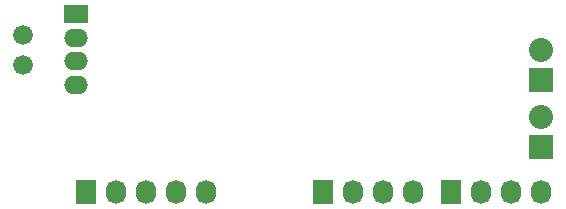
<source format=gbs>
%FSLAX34Y34*%
G04 Gerber Fmt 3.4, Leading zero omitted, Abs format*
G04 (created by PCBNEW (2014-jan-25)-product) date lör  3 maj 2014 21:13:59*
%MOIN*%
G01*
G70*
G90*
G04 APERTURE LIST*
%ADD10C,0.003937*%
%ADD11R,0.080000X0.060000*%
%ADD12O,0.080000X0.060000*%
%ADD13C,0.066000*%
%ADD14R,0.080000X0.080000*%
%ADD15O,0.080000X0.080000*%
%ADD16R,0.068000X0.080000*%
%ADD17O,0.068000X0.080000*%
G04 APERTURE END LIST*
G54D10*
G54D11*
X12750Y-13818D03*
G54D12*
X12750Y-14606D03*
X12750Y-15393D03*
X12750Y-16181D03*
G54D13*
X11000Y-15500D03*
X11000Y-14500D03*
G54D14*
X28250Y-18250D03*
G54D15*
X28250Y-17250D03*
G54D14*
X28250Y-16000D03*
G54D15*
X28250Y-15000D03*
G54D16*
X21000Y-19750D03*
G54D17*
X22000Y-19750D03*
X23000Y-19750D03*
X24000Y-19750D03*
G54D16*
X25250Y-19750D03*
G54D17*
X26250Y-19750D03*
X27250Y-19750D03*
X28250Y-19750D03*
G54D16*
X13100Y-19750D03*
G54D17*
X14100Y-19750D03*
X15100Y-19750D03*
X16100Y-19750D03*
X17100Y-19750D03*
M02*

</source>
